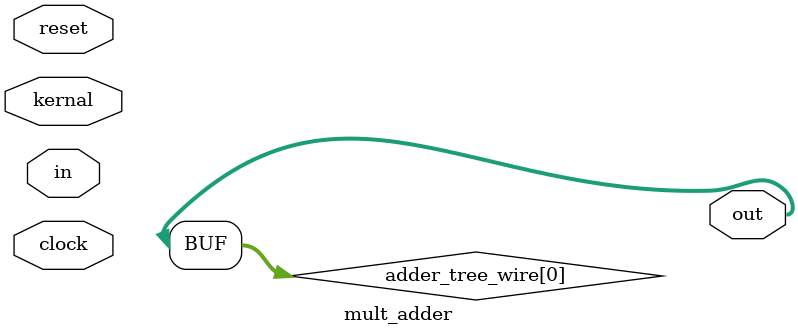
<source format=v>
module mult_adder #(
  parameter MA_TREE_SIZE = -1
)
(
  input clock, 
	input reset, 
	input [8*MA_TREE_SIZE-1:0]  in,
	input [8*MA_TREE_SIZE-1:0]  kernal,
	output [31:0] out	
);


// wire declarations
wire [15:0] in_add_vector_wire [MA_TREE_SIZE-1:0];
wire [31:0] adder_tree_wire [((MA_TREE_SIZE*2)-1)-1:0];

// assign statments
assign out = adder_tree_wire[0];

// connect input vector to multipliers
genvar i;
generate
for(i = 0; i < MA_TREE_SIZE; i=i+1) begin : connect_mul
   mult_8bit ma_mult_inst(
    .clock(clock),
    .reset(reset),
    .operand_a(in[8*(i+1)-1:i*8]),
    .operand_b(kernal[8*(i+1)-1:i*8]),
    .out(in_add_vector_wire[i])
	); 
  end
endgenerate

// map products to adder tree wire
genvar pad_count;
generate
for(i = 0; i < MA_TREE_SIZE; i=i+1) begin : connect_in_vector
  // assign the lsbs here
	assign adder_tree_wire[i+MA_TREE_SIZE-1][15:0] = in_add_vector_wire[i];
`ifdef SIGNED_INT
  // loop over msb and assign sign bit here
  for(pad_count=0; pad_count<16; pad_count=pad_count+1) begin : sign_bit_extention_loop
	  assign adder_tree_wire[i+MA_TREE_SIZE-1][16+pad_count] = in_add_vector_wire[i][15];
  end // pad count 
`else
  assign adder_tree_wire[i+MA_TREE_SIZE-1][31:16] = 16'd0;   
`endif
  end
endgenerate

// connect adder tree
genvar j;
generate
for(j= (MA_TREE_SIZE*2)-2 ; j >=1 ; j=j-2) begin : sum_products
  add_32bit ma_add_inst(
    .clock(clock),
    .operand_a(adder_tree_wire[j-1]),
    .operand_b(adder_tree_wire[j]),
    .out(adder_tree_wire[(j/2)-1]),
  );  

end // for
endgenerate
   
endmodule // mult_adder

</source>
